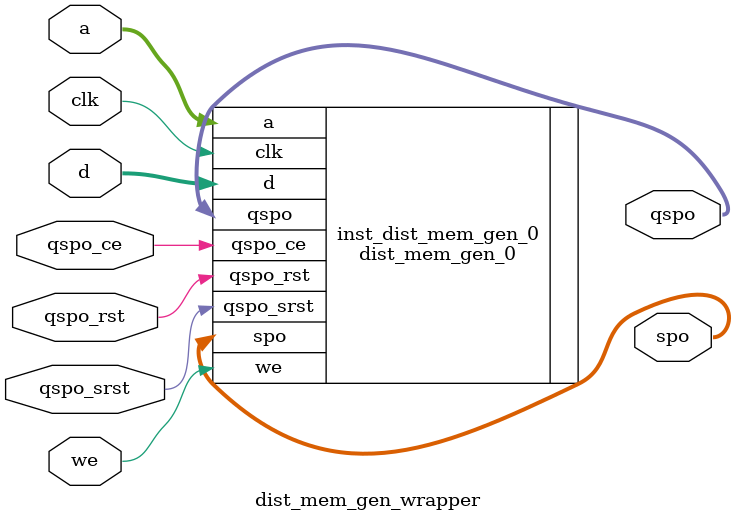
<source format=sv>

module dist_mem_gen_wrapper (
    input  logic [5:0]   a,
    input  logic [15:0]  d,
    input  logic         clk,
    input  logic         we,
    input  logic         qspo_ce,
    input  logic         qspo_rst,
    input  logic         qspo_srst,
    output logic [15:0]  spo,
    output logic [15:0]  qspo
);

    // Instanțierea modulului VHDL
    dist_mem_gen_0 inst_dist_mem_gen_0 (
        .a         (a),
        .d         (d),
        .clk       (clk),
        .we        (we),
        .qspo_ce   (qspo_ce),
        .qspo_rst  (qspo_rst),
        .qspo_srst (qspo_srst),
        .spo       (spo),
        .qspo      (qspo)
    );


endmodule

</source>
